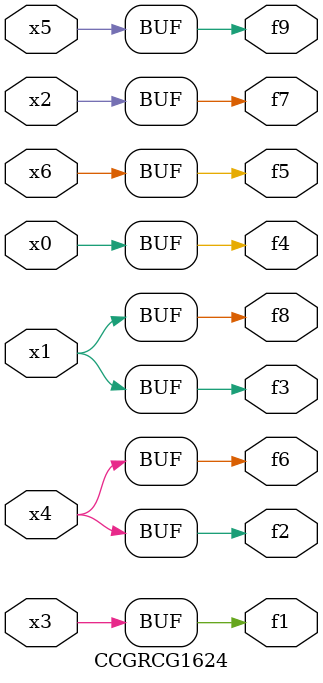
<source format=v>
module CCGRCG1624(
	input x0, x1, x2, x3, x4, x5, x6,
	output f1, f2, f3, f4, f5, f6, f7, f8, f9
);
	assign f1 = x3;
	assign f2 = x4;
	assign f3 = x1;
	assign f4 = x0;
	assign f5 = x6;
	assign f6 = x4;
	assign f7 = x2;
	assign f8 = x1;
	assign f9 = x5;
endmodule

</source>
